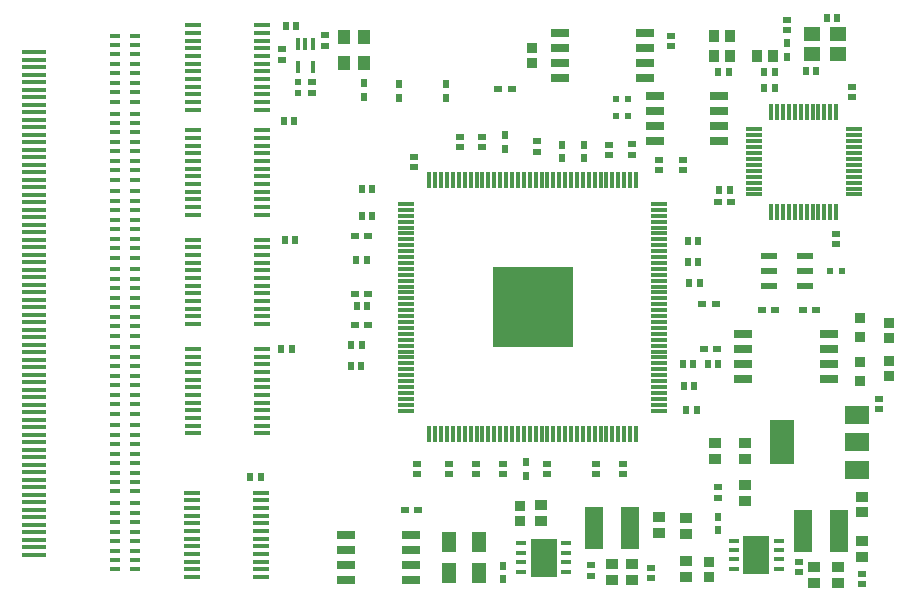
<source format=gtp>
G04*
G04 #@! TF.GenerationSoftware,Altium Limited,Altium Designer,24.4.1 (13)*
G04*
G04 Layer_Color=8421504*
%FSLAX44Y44*%
%MOMM*%
G71*
G04*
G04 #@! TF.SameCoordinates,5CD8CDA4-0F32-4F39-920B-777DEE314C42*
G04*
G04*
G04 #@! TF.FilePolarity,Positive*
G04*
G01*
G75*
%ADD17R,0.6400X0.6000*%
%ADD18R,0.4000X1.0500*%
%ADD19R,0.6000X0.5000*%
%ADD20R,1.4750X0.4500*%
%ADD21R,0.9000X0.4500*%
%ADD22R,0.6000X0.6400*%
%ADD23R,1.0000X0.9000*%
%ADD24R,0.5000X0.6000*%
%ADD25R,1.3300X0.5300*%
%ADD26R,0.3000X1.4750*%
%ADD27R,1.4750X0.3000*%
%ADD28R,1.5250X0.7000*%
%ADD29R,0.9500X0.9000*%
%ADD30R,1.6500X0.6500*%
%ADD31R,0.7500X0.6000*%
%ADD32R,0.9500X0.8500*%
%ADD33R,0.9000X1.0000*%
%ADD34R,1.1000X1.3000*%
%ADD35R,0.6000X0.7500*%
%ADD36R,6.8500X6.8500*%
%ADD37R,2.0000X1.5000*%
%ADD38R,2.0000X3.8000*%
%ADD39R,1.5000X3.6000*%
%ADD40R,0.9500X0.3500*%
%ADD41R,2.3000X3.2300*%
%ADD42R,1.2300X1.8000*%
%ADD43R,2.0000X0.3800*%
%ADD44R,1.4000X1.2000*%
D17*
X393000Y665400D02*
D03*
Y656600D02*
D03*
X419000Y628600D02*
D03*
Y637400D02*
D03*
X876000Y633400D02*
D03*
Y624600D02*
D03*
X732500Y563100D02*
D03*
Y571900D02*
D03*
X430000Y668600D02*
D03*
Y677400D02*
D03*
X609000Y578600D02*
D03*
Y587400D02*
D03*
X690000Y585000D02*
D03*
Y576200D02*
D03*
X712500Y563100D02*
D03*
Y571900D02*
D03*
X670000Y575600D02*
D03*
Y584400D02*
D03*
X899000Y369400D02*
D03*
Y360600D02*
D03*
X884000Y221400D02*
D03*
Y212600D02*
D03*
X831000Y222600D02*
D03*
Y231400D02*
D03*
X655000Y219600D02*
D03*
Y228400D02*
D03*
X706000Y226400D02*
D03*
Y217600D02*
D03*
X544000Y591400D02*
D03*
Y582600D02*
D03*
X682000Y314400D02*
D03*
Y305600D02*
D03*
X535000Y314400D02*
D03*
Y305600D02*
D03*
X505000Y574400D02*
D03*
Y565600D02*
D03*
X507500Y314400D02*
D03*
Y305600D02*
D03*
X617500Y314400D02*
D03*
Y305600D02*
D03*
X557500Y314400D02*
D03*
Y305600D02*
D03*
X563000Y582600D02*
D03*
Y591400D02*
D03*
X659000Y314400D02*
D03*
Y305600D02*
D03*
X580000Y314400D02*
D03*
Y305600D02*
D03*
X722500Y668100D02*
D03*
Y676900D02*
D03*
X762000Y294400D02*
D03*
Y285600D02*
D03*
X862500Y509400D02*
D03*
Y500600D02*
D03*
X821000Y681600D02*
D03*
Y690400D02*
D03*
D18*
X419500Y670000D02*
D03*
X413000D02*
D03*
X406500D02*
D03*
Y650000D02*
D03*
X419500D02*
D03*
D19*
X407000Y628000D02*
D03*
Y638000D02*
D03*
D20*
X376380Y596750D02*
D03*
Y590250D02*
D03*
Y583750D02*
D03*
Y577250D02*
D03*
Y570750D02*
D03*
Y564250D02*
D03*
Y557750D02*
D03*
Y551250D02*
D03*
Y544750D02*
D03*
Y538250D02*
D03*
Y531750D02*
D03*
Y525250D02*
D03*
X317620D02*
D03*
Y531750D02*
D03*
Y538250D02*
D03*
Y544750D02*
D03*
Y551250D02*
D03*
Y557750D02*
D03*
Y564250D02*
D03*
Y570750D02*
D03*
Y577250D02*
D03*
Y583750D02*
D03*
Y590250D02*
D03*
Y596750D02*
D03*
Y685750D02*
D03*
Y679250D02*
D03*
Y672750D02*
D03*
Y666250D02*
D03*
Y659750D02*
D03*
Y653250D02*
D03*
Y646750D02*
D03*
Y640250D02*
D03*
Y633750D02*
D03*
Y627250D02*
D03*
Y620750D02*
D03*
Y614250D02*
D03*
X376380D02*
D03*
Y620750D02*
D03*
Y627250D02*
D03*
Y633750D02*
D03*
Y640250D02*
D03*
Y646750D02*
D03*
Y653250D02*
D03*
Y659750D02*
D03*
Y666250D02*
D03*
Y672750D02*
D03*
Y679250D02*
D03*
Y685750D02*
D03*
Y504250D02*
D03*
Y497750D02*
D03*
Y491250D02*
D03*
Y484750D02*
D03*
Y478250D02*
D03*
Y471750D02*
D03*
Y465250D02*
D03*
Y458750D02*
D03*
Y452250D02*
D03*
Y445750D02*
D03*
Y439250D02*
D03*
Y432750D02*
D03*
X317620D02*
D03*
Y439250D02*
D03*
Y445750D02*
D03*
Y452250D02*
D03*
Y458750D02*
D03*
Y465250D02*
D03*
Y471750D02*
D03*
Y478250D02*
D03*
Y484750D02*
D03*
Y491250D02*
D03*
Y497750D02*
D03*
Y504250D02*
D03*
X376380Y411750D02*
D03*
Y405250D02*
D03*
Y398750D02*
D03*
Y392250D02*
D03*
Y385750D02*
D03*
Y379250D02*
D03*
Y372750D02*
D03*
Y366250D02*
D03*
Y359750D02*
D03*
Y353250D02*
D03*
Y346750D02*
D03*
Y340250D02*
D03*
X317620D02*
D03*
Y346750D02*
D03*
Y353250D02*
D03*
Y359750D02*
D03*
Y366250D02*
D03*
Y372750D02*
D03*
Y379250D02*
D03*
Y385750D02*
D03*
Y392250D02*
D03*
Y398750D02*
D03*
Y405250D02*
D03*
Y411750D02*
D03*
X375760Y290000D02*
D03*
Y283500D02*
D03*
Y277000D02*
D03*
Y270500D02*
D03*
Y264000D02*
D03*
Y257500D02*
D03*
Y251000D02*
D03*
Y244500D02*
D03*
Y238000D02*
D03*
Y231500D02*
D03*
Y225000D02*
D03*
Y218500D02*
D03*
X317000D02*
D03*
Y225000D02*
D03*
Y231500D02*
D03*
Y238000D02*
D03*
Y244500D02*
D03*
Y251000D02*
D03*
Y257500D02*
D03*
Y264000D02*
D03*
Y270500D02*
D03*
Y277000D02*
D03*
Y283500D02*
D03*
Y290000D02*
D03*
D21*
X268500Y621000D02*
D03*
Y629000D02*
D03*
Y645000D02*
D03*
Y637000D02*
D03*
Y661000D02*
D03*
Y677000D02*
D03*
Y669000D02*
D03*
Y653000D02*
D03*
X251500D02*
D03*
Y669000D02*
D03*
Y677000D02*
D03*
Y661000D02*
D03*
Y637000D02*
D03*
Y645000D02*
D03*
Y629000D02*
D03*
Y621000D02*
D03*
X268500Y225000D02*
D03*
Y233000D02*
D03*
Y249000D02*
D03*
Y241000D02*
D03*
Y265000D02*
D03*
Y281000D02*
D03*
Y273000D02*
D03*
Y257000D02*
D03*
X251500D02*
D03*
Y273000D02*
D03*
Y281000D02*
D03*
Y265000D02*
D03*
Y241000D02*
D03*
Y249000D02*
D03*
Y233000D02*
D03*
Y225000D02*
D03*
X268500Y291000D02*
D03*
Y299000D02*
D03*
Y315000D02*
D03*
Y307000D02*
D03*
Y331000D02*
D03*
Y347000D02*
D03*
Y339000D02*
D03*
Y323000D02*
D03*
X251500D02*
D03*
Y339000D02*
D03*
Y347000D02*
D03*
Y331000D02*
D03*
Y307000D02*
D03*
Y315000D02*
D03*
Y299000D02*
D03*
Y291000D02*
D03*
X268500Y357000D02*
D03*
Y365000D02*
D03*
Y381000D02*
D03*
Y373000D02*
D03*
Y397000D02*
D03*
Y413000D02*
D03*
Y405000D02*
D03*
Y389000D02*
D03*
X251500D02*
D03*
Y405000D02*
D03*
Y413000D02*
D03*
Y397000D02*
D03*
Y373000D02*
D03*
Y381000D02*
D03*
Y365000D02*
D03*
Y357000D02*
D03*
X268500Y555000D02*
D03*
Y563000D02*
D03*
Y579000D02*
D03*
Y571000D02*
D03*
Y595000D02*
D03*
Y611000D02*
D03*
Y603000D02*
D03*
Y587000D02*
D03*
X251500D02*
D03*
Y603000D02*
D03*
Y611000D02*
D03*
Y595000D02*
D03*
Y571000D02*
D03*
Y579000D02*
D03*
Y563000D02*
D03*
Y555000D02*
D03*
X268500Y489000D02*
D03*
Y497000D02*
D03*
Y513000D02*
D03*
Y505000D02*
D03*
Y529000D02*
D03*
Y545000D02*
D03*
Y537000D02*
D03*
Y521000D02*
D03*
X251500D02*
D03*
Y537000D02*
D03*
Y545000D02*
D03*
Y529000D02*
D03*
Y505000D02*
D03*
Y513000D02*
D03*
Y497000D02*
D03*
Y489000D02*
D03*
X268500Y423000D02*
D03*
Y431000D02*
D03*
Y447000D02*
D03*
Y439000D02*
D03*
Y463000D02*
D03*
Y479000D02*
D03*
Y471000D02*
D03*
Y455000D02*
D03*
X251500D02*
D03*
Y471000D02*
D03*
Y479000D02*
D03*
Y463000D02*
D03*
Y439000D02*
D03*
Y447000D02*
D03*
Y431000D02*
D03*
Y423000D02*
D03*
D22*
X366600Y303000D02*
D03*
X375400D02*
D03*
X396600Y685000D02*
D03*
X405400D02*
D03*
X763600Y546000D02*
D03*
X772400D02*
D03*
X460600Y524000D02*
D03*
X469400D02*
D03*
X741400Y399000D02*
D03*
X732600D02*
D03*
X745400Y503000D02*
D03*
X736600D02*
D03*
X845400Y647000D02*
D03*
X836600D02*
D03*
X863400Y691750D02*
D03*
X854600D02*
D03*
X771400Y646000D02*
D03*
X762600D02*
D03*
X810400D02*
D03*
X801600D02*
D03*
X762400Y399000D02*
D03*
X753600D02*
D03*
X735600Y360000D02*
D03*
X744400D02*
D03*
X469400Y547500D02*
D03*
X460600D02*
D03*
X738100Y467500D02*
D03*
X746900D02*
D03*
X460400Y397000D02*
D03*
X451600D02*
D03*
X465400Y448000D02*
D03*
X456600D02*
D03*
X464900Y487000D02*
D03*
X456100D02*
D03*
X736600Y485000D02*
D03*
X745400D02*
D03*
X733600Y380000D02*
D03*
X742400D02*
D03*
X460900Y415000D02*
D03*
X452100D02*
D03*
X810400Y633000D02*
D03*
X801600D02*
D03*
X392600Y412000D02*
D03*
X401400D02*
D03*
X394600Y605000D02*
D03*
X403400D02*
D03*
X395600Y504000D02*
D03*
X404400D02*
D03*
D23*
X844000Y213250D02*
D03*
Y226750D02*
D03*
X864000D02*
D03*
Y213250D02*
D03*
X690000Y229250D02*
D03*
Y215750D02*
D03*
X672500Y229250D02*
D03*
Y215750D02*
D03*
X612500Y279250D02*
D03*
Y265750D02*
D03*
X760000Y318250D02*
D03*
Y331750D02*
D03*
X735000Y218250D02*
D03*
Y231750D02*
D03*
Y268750D02*
D03*
Y255250D02*
D03*
X712500Y269250D02*
D03*
Y255750D02*
D03*
X785000Y318250D02*
D03*
Y331750D02*
D03*
X884000Y235250D02*
D03*
Y248750D02*
D03*
Y286750D02*
D03*
Y273250D02*
D03*
X785000Y283250D02*
D03*
Y296750D02*
D03*
D24*
X867500Y477500D02*
D03*
X857500D02*
D03*
X676000Y623000D02*
D03*
X686000D02*
D03*
X676000Y609000D02*
D03*
X686000D02*
D03*
D25*
X805750Y465300D02*
D03*
Y478000D02*
D03*
Y490700D02*
D03*
X836250D02*
D03*
Y478000D02*
D03*
Y465300D02*
D03*
D26*
X862500Y612380D02*
D03*
X857500D02*
D03*
X852500D02*
D03*
X847500D02*
D03*
X842500D02*
D03*
X837500D02*
D03*
X832500D02*
D03*
X827500D02*
D03*
X822500D02*
D03*
X817500D02*
D03*
X812500D02*
D03*
X807500D02*
D03*
Y527620D02*
D03*
X812500D02*
D03*
X817500D02*
D03*
X822500D02*
D03*
X827500D02*
D03*
X832500D02*
D03*
X837500D02*
D03*
X842500D02*
D03*
X847500D02*
D03*
X852500D02*
D03*
X857500D02*
D03*
X862500D02*
D03*
X693000Y554380D02*
D03*
X688000D02*
D03*
X683000D02*
D03*
X678000D02*
D03*
X673000D02*
D03*
X668000D02*
D03*
X663000D02*
D03*
X653000D02*
D03*
X648000D02*
D03*
X643000D02*
D03*
X623000D02*
D03*
X618000D02*
D03*
X613000D02*
D03*
X658000D02*
D03*
X603000D02*
D03*
X608000D02*
D03*
X593000D02*
D03*
X598000D02*
D03*
X588000D02*
D03*
X583000D02*
D03*
X578000D02*
D03*
X638000D02*
D03*
X633000D02*
D03*
X628000D02*
D03*
X573000D02*
D03*
X568000D02*
D03*
X563000D02*
D03*
X558000D02*
D03*
X553000D02*
D03*
X548000D02*
D03*
X543000D02*
D03*
X538000D02*
D03*
X533000D02*
D03*
X528000D02*
D03*
X523000D02*
D03*
X518000D02*
D03*
X693000Y339620D02*
D03*
X688000D02*
D03*
X683000D02*
D03*
X678000D02*
D03*
X673000D02*
D03*
X668000D02*
D03*
X663000D02*
D03*
X658000D02*
D03*
X653000D02*
D03*
X648000D02*
D03*
X643000D02*
D03*
X638000D02*
D03*
X633000D02*
D03*
X628000D02*
D03*
X623000D02*
D03*
X618000D02*
D03*
X608000D02*
D03*
X613000D02*
D03*
X603000D02*
D03*
X598000D02*
D03*
X593000D02*
D03*
X588000D02*
D03*
X583000D02*
D03*
X578000D02*
D03*
X573000D02*
D03*
X568000D02*
D03*
X563000D02*
D03*
X558000D02*
D03*
X553000D02*
D03*
X548000D02*
D03*
X543000D02*
D03*
X538000D02*
D03*
X533000D02*
D03*
X528000D02*
D03*
X523000D02*
D03*
X518000D02*
D03*
D27*
X792620Y597500D02*
D03*
Y592500D02*
D03*
Y587500D02*
D03*
Y582500D02*
D03*
Y577500D02*
D03*
Y572500D02*
D03*
Y567500D02*
D03*
Y562500D02*
D03*
Y557500D02*
D03*
Y552500D02*
D03*
Y547500D02*
D03*
Y542500D02*
D03*
X877380D02*
D03*
Y547500D02*
D03*
Y552500D02*
D03*
Y557500D02*
D03*
Y562500D02*
D03*
Y567500D02*
D03*
Y572500D02*
D03*
Y577500D02*
D03*
Y582500D02*
D03*
Y587500D02*
D03*
Y592500D02*
D03*
Y597500D02*
D03*
X498120Y359500D02*
D03*
Y364500D02*
D03*
Y369500D02*
D03*
Y374500D02*
D03*
Y379500D02*
D03*
Y384500D02*
D03*
Y389500D02*
D03*
Y394500D02*
D03*
Y399500D02*
D03*
Y404500D02*
D03*
Y409500D02*
D03*
Y414500D02*
D03*
Y419500D02*
D03*
Y424500D02*
D03*
Y429500D02*
D03*
Y434500D02*
D03*
Y439500D02*
D03*
Y444500D02*
D03*
Y449500D02*
D03*
Y454500D02*
D03*
Y459500D02*
D03*
Y464500D02*
D03*
Y469500D02*
D03*
Y474500D02*
D03*
Y479500D02*
D03*
Y484500D02*
D03*
Y489500D02*
D03*
Y494500D02*
D03*
Y499500D02*
D03*
Y504500D02*
D03*
Y509500D02*
D03*
Y514500D02*
D03*
Y519500D02*
D03*
Y524500D02*
D03*
Y529500D02*
D03*
Y534500D02*
D03*
X712880Y359500D02*
D03*
Y364500D02*
D03*
Y369500D02*
D03*
Y374500D02*
D03*
Y379500D02*
D03*
Y384500D02*
D03*
Y389500D02*
D03*
Y394500D02*
D03*
Y399500D02*
D03*
Y404500D02*
D03*
Y409500D02*
D03*
Y414500D02*
D03*
Y419500D02*
D03*
Y424500D02*
D03*
Y429500D02*
D03*
Y459500D02*
D03*
Y434500D02*
D03*
Y504500D02*
D03*
Y439500D02*
D03*
Y444500D02*
D03*
Y469500D02*
D03*
Y514500D02*
D03*
Y449500D02*
D03*
Y454500D02*
D03*
Y509500D02*
D03*
Y464500D02*
D03*
Y519500D02*
D03*
Y474500D02*
D03*
Y479500D02*
D03*
Y484500D02*
D03*
Y489500D02*
D03*
Y494500D02*
D03*
Y499500D02*
D03*
Y524500D02*
D03*
Y529500D02*
D03*
Y534500D02*
D03*
D28*
X763120Y587950D02*
D03*
Y600650D02*
D03*
Y613350D02*
D03*
Y626050D02*
D03*
X708880D02*
D03*
Y613350D02*
D03*
Y600650D02*
D03*
Y587950D02*
D03*
X447880Y254050D02*
D03*
Y241350D02*
D03*
Y228650D02*
D03*
Y215950D02*
D03*
X502120D02*
D03*
Y228650D02*
D03*
Y241350D02*
D03*
Y254050D02*
D03*
D29*
X882500Y384500D02*
D03*
Y400500D02*
D03*
Y422000D02*
D03*
Y438000D02*
D03*
D30*
X784000Y424050D02*
D03*
Y411350D02*
D03*
Y398650D02*
D03*
Y385950D02*
D03*
X856000D02*
D03*
Y398650D02*
D03*
Y411350D02*
D03*
Y424050D02*
D03*
X629000Y640950D02*
D03*
Y653650D02*
D03*
Y666350D02*
D03*
Y679050D02*
D03*
X701000D02*
D03*
Y666350D02*
D03*
Y653650D02*
D03*
Y640950D02*
D03*
D31*
X760750Y450000D02*
D03*
X749250D02*
D03*
X576250Y632000D02*
D03*
X587750D02*
D03*
X750250Y412000D02*
D03*
X761750D02*
D03*
X799250Y445000D02*
D03*
X810750D02*
D03*
X845750D02*
D03*
X834250D02*
D03*
X497250Y275000D02*
D03*
X508750D02*
D03*
X773750Y536000D02*
D03*
X762250D02*
D03*
X454750Y458000D02*
D03*
X466250D02*
D03*
X454750Y432000D02*
D03*
X466250D02*
D03*
Y507000D02*
D03*
X454750D02*
D03*
D32*
X907500Y421000D02*
D03*
Y434000D02*
D03*
X755000Y231500D02*
D03*
Y218500D02*
D03*
X595000Y279000D02*
D03*
Y266000D02*
D03*
X907500Y401500D02*
D03*
Y388500D02*
D03*
X605000Y653500D02*
D03*
Y666500D02*
D03*
D33*
X772750Y660000D02*
D03*
X759250D02*
D03*
X795250D02*
D03*
X808750D02*
D03*
X759250Y677000D02*
D03*
X772750D02*
D03*
D34*
X446000Y676000D02*
D03*
X463000D02*
D03*
X446000Y654000D02*
D03*
X463000D02*
D03*
D35*
Y625250D02*
D03*
Y636750D02*
D03*
X762000Y258250D02*
D03*
Y269750D02*
D03*
X580000Y216750D02*
D03*
Y228250D02*
D03*
X821000Y659250D02*
D03*
Y670750D02*
D03*
X600000Y304250D02*
D03*
Y315750D02*
D03*
X582000Y592750D02*
D03*
Y581250D02*
D03*
X630000Y584750D02*
D03*
Y573250D02*
D03*
X532000Y635750D02*
D03*
Y624250D02*
D03*
X492000D02*
D03*
Y635750D02*
D03*
X649000Y584750D02*
D03*
Y573250D02*
D03*
D36*
X605500Y447000D02*
D03*
D37*
X880000Y309500D02*
D03*
Y332500D02*
D03*
Y355500D02*
D03*
D38*
X817000Y332500D02*
D03*
D39*
X864750Y257250D02*
D03*
X834250D02*
D03*
X657250Y260000D02*
D03*
X687750D02*
D03*
D40*
X776000Y249500D02*
D03*
Y241500D02*
D03*
Y233500D02*
D03*
Y225500D02*
D03*
X814000D02*
D03*
Y233500D02*
D03*
Y241500D02*
D03*
Y249500D02*
D03*
X596000Y247000D02*
D03*
Y239000D02*
D03*
Y231000D02*
D03*
Y223000D02*
D03*
X634000D02*
D03*
Y231000D02*
D03*
Y239000D02*
D03*
Y247000D02*
D03*
D41*
X795000Y237500D02*
D03*
X615000Y235000D02*
D03*
D42*
X535000Y221900D02*
D03*
Y248100D02*
D03*
X560000Y221900D02*
D03*
Y248100D02*
D03*
D43*
X183000Y624625D02*
D03*
Y618275D02*
D03*
Y611925D02*
D03*
Y605575D02*
D03*
Y662725D02*
D03*
Y650025D02*
D03*
Y637325D02*
D03*
Y599225D02*
D03*
Y586525D02*
D03*
Y573825D02*
D03*
Y561125D02*
D03*
Y548425D02*
D03*
Y535725D02*
D03*
Y523025D02*
D03*
Y510325D02*
D03*
Y497625D02*
D03*
Y484925D02*
D03*
Y472225D02*
D03*
Y459525D02*
D03*
Y446825D02*
D03*
Y434125D02*
D03*
Y421425D02*
D03*
Y408725D02*
D03*
Y396025D02*
D03*
Y383325D02*
D03*
Y370625D02*
D03*
Y357925D02*
D03*
Y345225D02*
D03*
Y332525D02*
D03*
Y319825D02*
D03*
Y307125D02*
D03*
Y294425D02*
D03*
Y281725D02*
D03*
Y269025D02*
D03*
Y256325D02*
D03*
Y243625D02*
D03*
Y656375D02*
D03*
Y643675D02*
D03*
Y630975D02*
D03*
Y592875D02*
D03*
Y580175D02*
D03*
Y567475D02*
D03*
Y554775D02*
D03*
Y542075D02*
D03*
Y529375D02*
D03*
Y516675D02*
D03*
Y503975D02*
D03*
Y491275D02*
D03*
Y478575D02*
D03*
Y465875D02*
D03*
Y453175D02*
D03*
Y440475D02*
D03*
Y427775D02*
D03*
Y415075D02*
D03*
Y402375D02*
D03*
Y389675D02*
D03*
Y376975D02*
D03*
Y364275D02*
D03*
Y351575D02*
D03*
Y338875D02*
D03*
Y326175D02*
D03*
Y313475D02*
D03*
Y300775D02*
D03*
Y288075D02*
D03*
Y275375D02*
D03*
Y262675D02*
D03*
Y249975D02*
D03*
Y237275D02*
D03*
D44*
X842000Y678500D02*
D03*
X864000D02*
D03*
Y661500D02*
D03*
X842000D02*
D03*
M02*

</source>
